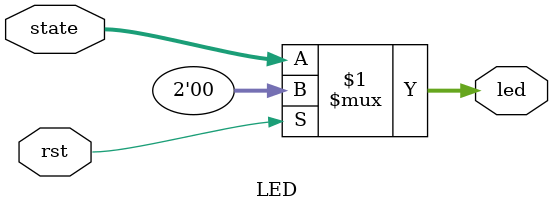
<source format=v>
module LED(
    input [1:0] state,
    input rst,
    output [1:0] led
);

assign led = (rst) ? 2'b00 : state;  // Nếu rst, tắt đèn; ngược lại, giữ nguyên state
endmodule
</source>
